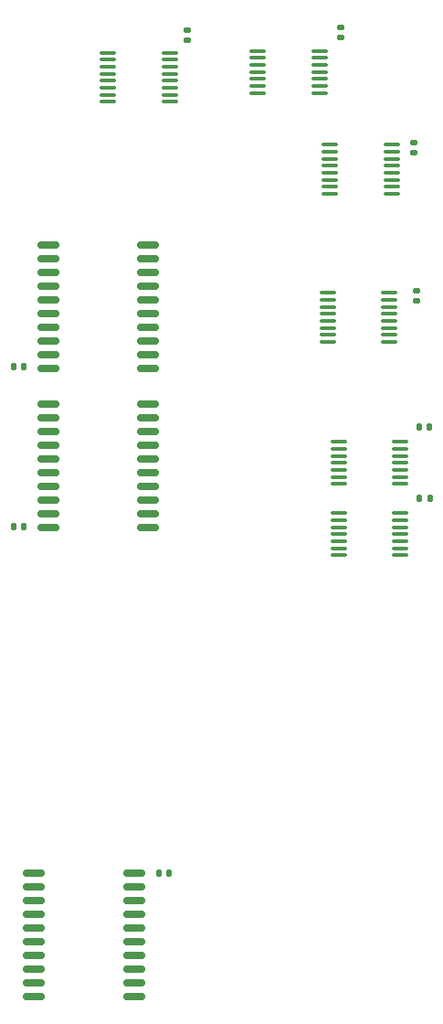
<source format=gbr>
%TF.GenerationSoftware,KiCad,Pcbnew,(7.0.0)*%
%TF.CreationDate,2023-12-30T21:58:10+02:00*%
%TF.ProjectId,alu,616c752e-6b69-4636-9164-5f7063625858,rev?*%
%TF.SameCoordinates,Original*%
%TF.FileFunction,Paste,Top*%
%TF.FilePolarity,Positive*%
%FSLAX46Y46*%
G04 Gerber Fmt 4.6, Leading zero omitted, Abs format (unit mm)*
G04 Created by KiCad (PCBNEW (7.0.0)) date 2023-12-30 21:58:10*
%MOMM*%
%LPD*%
G01*
G04 APERTURE LIST*
G04 Aperture macros list*
%AMRoundRect*
0 Rectangle with rounded corners*
0 $1 Rounding radius*
0 $2 $3 $4 $5 $6 $7 $8 $9 X,Y pos of 4 corners*
0 Add a 4 corners polygon primitive as box body*
4,1,4,$2,$3,$4,$5,$6,$7,$8,$9,$2,$3,0*
0 Add four circle primitives for the rounded corners*
1,1,$1+$1,$2,$3*
1,1,$1+$1,$4,$5*
1,1,$1+$1,$6,$7*
1,1,$1+$1,$8,$9*
0 Add four rect primitives between the rounded corners*
20,1,$1+$1,$2,$3,$4,$5,0*
20,1,$1+$1,$4,$5,$6,$7,0*
20,1,$1+$1,$6,$7,$8,$9,0*
20,1,$1+$1,$8,$9,$2,$3,0*%
G04 Aperture macros list end*
%ADD10RoundRect,0.140000X-0.140000X-0.170000X0.140000X-0.170000X0.140000X0.170000X-0.140000X0.170000X0*%
%ADD11RoundRect,0.100000X-0.637500X-0.100000X0.637500X-0.100000X0.637500X0.100000X-0.637500X0.100000X0*%
%ADD12RoundRect,0.140000X0.140000X0.170000X-0.140000X0.170000X-0.140000X-0.170000X0.140000X-0.170000X0*%
%ADD13RoundRect,0.140000X0.170000X-0.140000X0.170000X0.140000X-0.170000X0.140000X-0.170000X-0.140000X0*%
%ADD14RoundRect,0.150000X-0.875000X-0.150000X0.875000X-0.150000X0.875000X0.150000X-0.875000X0.150000X0*%
%ADD15RoundRect,0.150000X0.875000X0.150000X-0.875000X0.150000X-0.875000X-0.150000X0.875000X-0.150000X0*%
%ADD16RoundRect,0.140000X-0.170000X0.140000X-0.170000X-0.140000X0.170000X-0.140000X0.170000X0.140000X0*%
G04 APERTURE END LIST*
D10*
%TO.C,C28*%
X92258000Y-77724000D03*
X93218000Y-77724000D03*
%TD*%
%TO.C,C27*%
X92230000Y-71120000D03*
X93190000Y-71120000D03*
%TD*%
D11*
%TO.C,U24*%
X84767500Y-72472000D03*
X84767500Y-73122000D03*
X84767500Y-73772000D03*
X84767500Y-74422000D03*
X84767500Y-75072000D03*
X84767500Y-75722000D03*
X84767500Y-76372000D03*
X90492500Y-76372000D03*
X90492500Y-75722000D03*
X90492500Y-75072000D03*
X90492500Y-74422000D03*
X90492500Y-73772000D03*
X90492500Y-73122000D03*
X90492500Y-72472000D03*
%TD*%
%TO.C,U27*%
X83937000Y-44958000D03*
X83937000Y-45608000D03*
X83937000Y-46258000D03*
X83937000Y-46908000D03*
X83937000Y-47558000D03*
X83937000Y-48208000D03*
X83937000Y-48858000D03*
X83937000Y-49508000D03*
X89662000Y-49508000D03*
X89662000Y-48858000D03*
X89662000Y-48208000D03*
X89662000Y-47558000D03*
X89662000Y-46908000D03*
X89662000Y-46258000D03*
X89662000Y-45608000D03*
X89662000Y-44958000D03*
%TD*%
D12*
%TO.C,C25*%
X55598000Y-80292000D03*
X54638000Y-80292000D03*
%TD*%
D13*
%TO.C,C1*%
X84963000Y-35024000D03*
X84963000Y-34064000D03*
%TD*%
D11*
%TO.C,U30*%
X77274500Y-36277000D03*
X77274500Y-36927000D03*
X77274500Y-37577000D03*
X77274500Y-38227000D03*
X77274500Y-38877000D03*
X77274500Y-39527000D03*
X77274500Y-40177000D03*
X82999500Y-40177000D03*
X82999500Y-39527000D03*
X82999500Y-38877000D03*
X82999500Y-38227000D03*
X82999500Y-37577000D03*
X82999500Y-36927000D03*
X82999500Y-36277000D03*
%TD*%
D13*
%TO.C,C26*%
X70739000Y-35278000D03*
X70739000Y-34318000D03*
%TD*%
D11*
%TO.C,U29*%
X63363000Y-36434000D03*
X63363000Y-37084000D03*
X63363000Y-37734000D03*
X63363000Y-38384000D03*
X63363000Y-39034000D03*
X63363000Y-39684000D03*
X63363000Y-40334000D03*
X63363000Y-40984000D03*
X69088000Y-40984000D03*
X69088000Y-40334000D03*
X69088000Y-39684000D03*
X69088000Y-39034000D03*
X69088000Y-38384000D03*
X69088000Y-37734000D03*
X69088000Y-37084000D03*
X69088000Y-36434000D03*
%TD*%
D14*
%TO.C,U13*%
X56515000Y-112395000D03*
X56515000Y-113665000D03*
X56515000Y-114935000D03*
X56515000Y-116205000D03*
X56515000Y-117475000D03*
X56515000Y-118745000D03*
X56515000Y-120015000D03*
X56515000Y-121285000D03*
X56515000Y-122555000D03*
X56515000Y-123825000D03*
X65815000Y-123825000D03*
X65815000Y-122555000D03*
X65815000Y-121285000D03*
X65815000Y-120015000D03*
X65815000Y-118745000D03*
X65815000Y-117475000D03*
X65815000Y-116205000D03*
X65815000Y-114935000D03*
X65815000Y-113665000D03*
X65815000Y-112395000D03*
%TD*%
D11*
%TO.C,U26*%
X83751500Y-58685000D03*
X83751500Y-59335000D03*
X83751500Y-59985000D03*
X83751500Y-60635000D03*
X83751500Y-61285000D03*
X83751500Y-61935000D03*
X83751500Y-62585000D03*
X83751500Y-63235000D03*
X89476500Y-63235000D03*
X89476500Y-62585000D03*
X89476500Y-61935000D03*
X89476500Y-61285000D03*
X89476500Y-60635000D03*
X89476500Y-59985000D03*
X89476500Y-59335000D03*
X89476500Y-58685000D03*
%TD*%
D10*
%TO.C,C23*%
X68100000Y-112395000D03*
X69060000Y-112395000D03*
%TD*%
D15*
%TO.C,U28*%
X67134000Y-65659000D03*
X67134000Y-64389000D03*
X67134000Y-63119000D03*
X67134000Y-61849000D03*
X67134000Y-60579000D03*
X67134000Y-59309000D03*
X67134000Y-58039000D03*
X67134000Y-56769000D03*
X67134000Y-55499000D03*
X67134000Y-54229000D03*
X57834000Y-54229000D03*
X57834000Y-55499000D03*
X57834000Y-56769000D03*
X57834000Y-58039000D03*
X57834000Y-59309000D03*
X57834000Y-60579000D03*
X57834000Y-61849000D03*
X57834000Y-63119000D03*
X57834000Y-64389000D03*
X57834000Y-65659000D03*
%TD*%
%TO.C,U25*%
X67134000Y-80391000D03*
X67134000Y-79121000D03*
X67134000Y-77851000D03*
X67134000Y-76581000D03*
X67134000Y-75311000D03*
X67134000Y-74041000D03*
X67134000Y-72771000D03*
X67134000Y-71501000D03*
X67134000Y-70231000D03*
X67134000Y-68961000D03*
X57834000Y-68961000D03*
X57834000Y-70231000D03*
X57834000Y-71501000D03*
X57834000Y-72771000D03*
X57834000Y-74041000D03*
X57834000Y-75311000D03*
X57834000Y-76581000D03*
X57834000Y-77851000D03*
X57834000Y-79121000D03*
X57834000Y-80391000D03*
%TD*%
D16*
%TO.C,C30*%
X91694000Y-44732000D03*
X91694000Y-45692000D03*
%TD*%
D12*
%TO.C,C24*%
X55598000Y-65532000D03*
X54638000Y-65532000D03*
%TD*%
D11*
%TO.C,U23*%
X84767500Y-79076000D03*
X84767500Y-79726000D03*
X84767500Y-80376000D03*
X84767500Y-81026000D03*
X84767500Y-81676000D03*
X84767500Y-82326000D03*
X84767500Y-82976000D03*
X90492500Y-82976000D03*
X90492500Y-82326000D03*
X90492500Y-81676000D03*
X90492500Y-81026000D03*
X90492500Y-80376000D03*
X90492500Y-79726000D03*
X90492500Y-79076000D03*
%TD*%
D16*
%TO.C,C29*%
X91948000Y-58448000D03*
X91948000Y-59408000D03*
%TD*%
M02*

</source>
